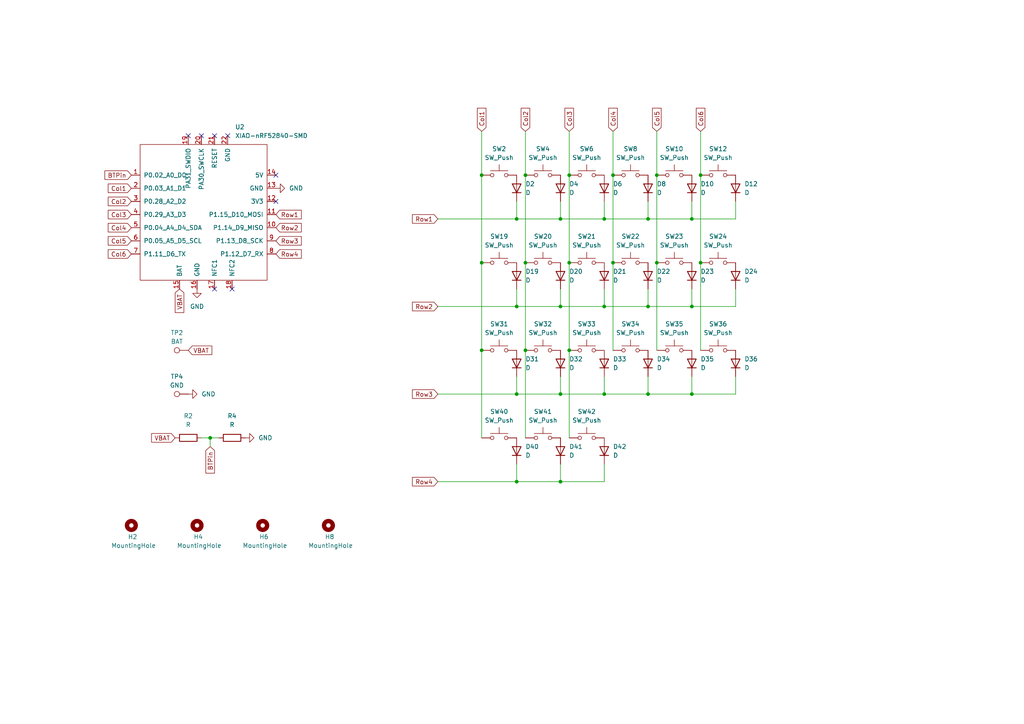
<source format=kicad_sch>
(kicad_sch (version 20250114) (generator "eeschema") (generator_version "9.0")
  (paper "A4")
  (lib_symbols
    (symbol "Connector:TestPoint" (pin_numbers (hide yes)) (pin_names (offset 0.762) (hide yes))
      (property "Reference" "TP" (at 0 6.858 0))
      (property "Value" "TestPoint" (at 0 5.08 0))
      (symbol "TestPoint_0_1"
        (circle (center 0 3.302) (radius 0.762))
      )
      (symbol "TestPoint_1_1"
        (pin passive line (at 0 0 90) (length 2.54) (name "1") (number "1"))
      )
    )
    (symbol "Device:D" (pin_numbers (hide yes)) (pin_names (offset 1.016) (hide yes))
      (property "Reference" "D" (at 0 2.54 0))
      (property "Value" "D" (at 0 -2.54 0))
      (symbol "D_0_1"
        (polyline (pts (xy -1.27 1.27) (xy -1.27 -1.27)) (stroke (width 0.254)))
        (polyline (pts (xy 1.27 1.27) (xy 1.27 -1.27) (xy -1.27 0) (xy 1.27 1.27)) (stroke (width 0.254)))
        (polyline (pts (xy 1.27 0) (xy -1.27 0)))
      )
      (symbol "D_1_1"
        (pin passive line (at -3.81 0 0) (length 2.54) (name "K") (number "1"))
        (pin passive line (at 3.81 0 180) (length 2.54) (name "A") (number "2"))
      )
    )
    (symbol "Device:R" (pin_numbers (hide yes)) (pin_names (offset 0))
      (property "Reference" "R" (at 2.032 0 90))
      (property "Value" "R" (at 0 0 90))
      (symbol "R_0_1"
        (rectangle (start -1.016 -2.54) (end 1.016 2.54) (stroke (width 0.254)))
      )
      (symbol "R_1_1"
        (pin passive line (at 0 3.81 270) (length 1.27) (name "~") (number "1"))
        (pin passive line (at 0 -3.81 90) (length 1.27) (name "~") (number "2"))
      )
    )
    (symbol "Mechanical:MountingHole" (pin_names (offset 1.016)) (in_bom no)
      (property "Reference" "H" (at 0 5.08 0))
      (property "Value" "MountingHole" (at 0 3.175 0))
      (symbol "MountingHole_0_1"
        (circle (center 0 0) (radius 1.27) (stroke (width 1.27)))
      )
    )
    (symbol "Seeed_Studio_XIAO_Series:XIAO-nRF52840-SMD" (pin_names (offset 1.016))
      (property "Reference" "U" (at -18.542 23.114 0))
      (property "Value" "XIAO-nRF52840-SMD" (at -8.636 21.336 0))
      (symbol "XIAO-nRF52840-SMD_0_1"
        (rectangle (start -19.05 20.32) (end 17.78 -19.05))
      )
      (symbol "XIAO-nRF52840-SMD_1_1"
        (pin passive line (at -21.59 11.43 0) (length 2.54) (name "P0.02_A0_D0") (number "1"))
        (pin passive line (at -21.59 7.62 0) (length 2.54) (name "P0.03_A1_D1") (number "2"))
        (pin passive line (at -21.59 3.81 0) (length 2.54) (name "P0.28_A2_D2") (number "3"))
        (pin passive line (at -21.59 0 0) (length 2.54) (name "P0.29_A3_D3") (number "4"))
        (pin passive line (at -21.59 -3.81 0) (length 2.54) (name "P0.04_A4_D4_SDA") (number "5"))
        (pin passive line (at -21.59 -7.62 0) (length 2.54) (name "P0.05_A5_D5_SCL") (number "6"))
        (pin passive line (at -21.59 -11.43 0) (length 2.54) (name "P1.11_D6_TX") (number "7"))
        (pin passive line (at -7.62 -21.59 90) (length 2.54) (name "BAT") (number "15"))
        (pin passive line (at -5.08 22.86 270) (length 2.54) (name "PA31_SWDIO") (number "19"))
        (pin passive line (at -2.54 -21.59 90) (length 2.54) (name "GND") (number "16"))
        (pin passive line (at -1.27 22.86 270) (length 2.54) (name "PA30_SWCLK") (number "20"))
        (pin passive line (at 2.54 22.86 270) (length 2.54) (name "RESET") (number "21"))
        (pin passive line (at 2.54 -21.59 90) (length 2.54) (name "NFC1") (number "17"))
        (pin passive line (at 6.35 22.86 270) (length 2.54) (name "GND") (number "22"))
        (pin passive line (at 7.62 -21.59 90) (length 2.54) (name "NFC2") (number "18"))
        (pin passive line (at 20.32 11.43 180) (length 2.54) (name "5V") (number "14"))
        (pin passive line (at 20.32 7.62 180) (length 2.54) (name "GND") (number "13"))
        (pin passive line (at 20.32 3.81 180) (length 2.54) (name "3V3") (number "12"))
        (pin passive line (at 20.32 0 180) (length 2.54) (name "P1.15_D10_MOSI") (number "11"))
        (pin passive line (at 20.32 -3.81 180) (length 2.54) (name "P1.14_D9_MISO") (number "10"))
        (pin passive line (at 20.32 -7.62 180) (length 2.54) (name "P1.13_D8_SCK") (number "9"))
        (pin passive line (at 20.32 -11.43 180) (length 2.54) (name "P1.12_D7_RX") (number "8"))
      )
    )
    (symbol "Switch:SW_Push" (pin_numbers (hide yes)) (pin_names (offset 1.016) (hide yes))
      (property "Reference" "SW" (at 1.27 2.54 0))
      (property "Value" "SW_Push" (at 0 -1.524 0))
      (symbol "SW_Push_0_1"
        (circle (center -2.032 0) (radius 0.508))
        (polyline (pts (xy 0 1.27) (xy 0 3.048)))
        (circle (center 2.032 0) (radius 0.508))
        (polyline (pts (xy 2.54 1.27) (xy -2.54 1.27)))
        (pin passive line (at -5.08 0 0) (length 2.54) (name "1") (number "1"))
        (pin passive line (at 5.08 0 180) (length 2.54) (name "2") (number "2"))
      )
    )
    (symbol "power:GND" (power) (pin_numbers (hide yes)) (pin_names (offset 0) (hide yes))
      (property "Value" "GND" (at 0 -3.81 0))
      (symbol "GND_0_1"
        (polyline (pts (xy 0 0) (xy 0 -1.27) (xy 1.27 -1.27) (xy 0 -2.54) (xy -1.27 -1.27) (xy 0 -1.27)))
      )
      (symbol "GND_1_1"
        (pin power_in line (at 0 0 270) (length 0) (name "~") (number "1"))
      )
    )
  )
  (junction (at 162.56 114.3))
  (junction (at 177.8 76.2))
  (junction (at 165.1 101.6))
  (junction (at 162.56 63.5))
  (junction (at 152.4 76.2))
  (junction (at 190.5 76.2))
  (junction (at 162.56 88.9))
  (junction (at 200.66 63.5))
  (junction (at 190.5 50.8))
  (junction (at 200.66 114.3))
  (junction (at 60.96 127))
  (junction (at 139.7 101.6))
  (junction (at 149.86 63.5))
  (junction (at 165.1 76.2))
  (junction (at 175.26 114.3))
  (junction (at 200.66 88.9))
  (junction (at 203.2 76.2))
  (junction (at 149.86 114.3))
  (junction (at 187.96 88.9))
  (junction (at 149.86 139.7))
  (junction (at 175.26 88.9))
  (junction (at 187.96 63.5))
  (junction (at 177.8 50.8))
  (junction (at 149.86 88.9))
  (junction (at 175.26 63.5))
  (junction (at 152.4 101.6))
  (junction (at 187.96 114.3))
  (junction (at 139.7 50.8))
  (junction (at 162.56 139.7))
  (junction (at 152.4 50.8))
  (junction (at 165.1 50.8))
  (junction (at 203.2 50.8))
  (junction (at 139.7 76.2))
  (no_connect (at 62.23 39.37))
  (no_connect (at 67.31 83.82))
  (no_connect (at 54.61 39.37))
  (no_connect (at 80.01 58.42))
  (no_connect (at 58.42 39.37))
  (no_connect (at 80.01 50.8))
  (no_connect (at 66.04 39.37))
  (no_connect (at 62.23 83.82))
  (wire (pts (xy 200.66 63.5) (xy 213.36 63.5)))
  (wire (pts (xy 58.42 127) (xy 60.96 127)))
  (wire (pts (xy 175.26 114.3) (xy 187.96 114.3)))
  (wire (pts (xy 213.36 88.9) (xy 213.36 83.82)))
  (wire (pts (xy 149.86 139.7) (xy 162.56 139.7)))
  (wire (pts (xy 162.56 88.9) (xy 175.26 88.9)))
  (wire (pts (xy 162.56 139.7) (xy 175.26 139.7)))
  (wire (pts (xy 175.26 58.42) (xy 175.26 63.5)))
  (wire (pts (xy 149.86 134.62) (xy 149.86 139.7)))
  (wire (pts (xy 175.26 83.82) (xy 175.26 88.9)))
  (wire (pts (xy 139.7 38.1) (xy 139.7 50.8)))
  (wire (pts (xy 200.66 83.82) (xy 200.66 88.9)))
  (wire (pts (xy 187.96 109.22) (xy 187.96 114.3)))
  (wire (pts (xy 165.1 50.8) (xy 165.1 76.2)))
  (wire (pts (xy 149.86 58.42) (xy 149.86 63.5)))
  (wire (pts (xy 139.7 76.2) (xy 139.7 101.6)))
  (wire (pts (xy 149.86 109.22) (xy 149.86 114.3)))
  (wire (pts (xy 200.66 58.42) (xy 200.66 63.5)))
  (wire (pts (xy 165.1 76.2) (xy 165.1 101.6)))
  (wire (pts (xy 127 114.3) (xy 149.86 114.3)))
  (wire (pts (xy 152.4 50.8) (xy 152.4 76.2)))
  (wire (pts (xy 203.2 50.8) (xy 203.2 76.2)))
  (wire (pts (xy 175.26 109.22) (xy 175.26 114.3)))
  (wire (pts (xy 187.96 88.9) (xy 200.66 88.9)))
  (wire (pts (xy 60.96 127) (xy 63.5 127)))
  (wire (pts (xy 187.96 63.5) (xy 200.66 63.5)))
  (wire (pts (xy 165.1 38.1) (xy 165.1 50.8)))
  (wire (pts (xy 187.96 58.42) (xy 187.96 63.5)))
  (wire (pts (xy 152.4 101.6) (xy 152.4 127)))
  (wire (pts (xy 190.5 38.1) (xy 190.5 50.8)))
  (wire (pts (xy 139.7 50.8) (xy 139.7 76.2)))
  (wire (pts (xy 162.56 83.82) (xy 162.56 88.9)))
  (wire (pts (xy 162.56 63.5) (xy 175.26 63.5)))
  (wire (pts (xy 177.8 38.1) (xy 177.8 50.8)))
  (wire (pts (xy 175.26 88.9) (xy 187.96 88.9)))
  (wire (pts (xy 177.8 50.8) (xy 177.8 76.2)))
  (wire (pts (xy 149.86 63.5) (xy 162.56 63.5)))
  (wire (pts (xy 203.2 38.1) (xy 203.2 50.8)))
  (wire (pts (xy 162.56 58.42) (xy 162.56 63.5)))
  (wire (pts (xy 187.96 114.3) (xy 200.66 114.3)))
  (wire (pts (xy 127 88.9) (xy 149.86 88.9)))
  (wire (pts (xy 60.96 129.54) (xy 60.96 127)))
  (wire (pts (xy 190.5 50.8) (xy 190.5 76.2)))
  (wire (pts (xy 149.86 114.3) (xy 162.56 114.3)))
  (wire (pts (xy 187.96 83.82) (xy 187.96 88.9)))
  (wire (pts (xy 149.86 88.9) (xy 162.56 88.9)))
  (wire (pts (xy 162.56 109.22) (xy 162.56 114.3)))
  (wire (pts (xy 127 63.5) (xy 149.86 63.5)))
  (wire (pts (xy 203.2 76.2) (xy 203.2 101.6)))
  (wire (pts (xy 200.66 109.22) (xy 200.66 114.3)))
  (wire (pts (xy 162.56 134.62) (xy 162.56 139.7)))
  (wire (pts (xy 213.36 63.5) (xy 213.36 58.42)))
  (wire (pts (xy 127 139.7) (xy 149.86 139.7)))
  (wire (pts (xy 200.66 88.9) (xy 213.36 88.9)))
  (wire (pts (xy 165.1 101.6) (xy 165.1 127)))
  (wire (pts (xy 175.26 139.7) (xy 175.26 134.62)))
  (wire (pts (xy 190.5 76.2) (xy 190.5 101.6)))
  (wire (pts (xy 177.8 76.2) (xy 177.8 101.6)))
  (wire (pts (xy 213.36 114.3) (xy 213.36 109.22)))
  (wire (pts (xy 200.66 114.3) (xy 213.36 114.3)))
  (wire (pts (xy 152.4 38.1) (xy 152.4 50.8)))
  (wire (pts (xy 149.86 83.82) (xy 149.86 88.9)))
  (wire (pts (xy 175.26 63.5) (xy 187.96 63.5)))
  (wire (pts (xy 152.4 76.2) (xy 152.4 101.6)))
  (wire (pts (xy 162.56 114.3) (xy 175.26 114.3)))
  (wire (pts (xy 139.7 101.6) (xy 139.7 127)))
  (global_label "Row2" (shape input) (at 80.01 66.04 0) (property "Intersheetrefs" "${INTERSHEET_REFS}" (effects (hide yes))))
  (global_label "Row1" (shape input) (at 127 63.5 180) (property "Intersheetrefs" "${INTERSHEET_REFS}" (effects (hide yes))))
  (global_label "VBAT" (shape input) (at 52.07 83.82 270) (property "Intersheetrefs" "${INTERSHEET_REFS}" (effects (hide yes))))
  (global_label "Col3" (shape input) (at 165.1 38.1 90) (property "Intersheetrefs" "${INTERSHEET_REFS}" (effects (hide yes))))
  (global_label "VBAT" (shape input) (at 50.8 127 180) (property "Intersheetrefs" "${INTERSHEET_REFS}" (effects (hide yes))))
  (global_label "Col5" (shape input) (at 38.1 69.85 180) (property "Intersheetrefs" "${INTERSHEET_REFS}" (effects (hide yes))))
  (global_label "Col6" (shape input) (at 203.2 38.1 90) (property "Intersheetrefs" "${INTERSHEET_REFS}" (effects (hide yes))))
  (global_label "VBAT" (shape input) (at 54.61 101.6 0) (property "Intersheetrefs" "${INTERSHEET_REFS}" (effects (hide yes))))
  (global_label "Col2" (shape input) (at 152.4 38.1 90) (property "Intersheetrefs" "${INTERSHEET_REFS}" (effects (hide yes))))
  (global_label "Col2" (shape input) (at 38.1 58.42 180) (property "Intersheetrefs" "${INTERSHEET_REFS}" (effects (hide yes))))
  (global_label "Col4" (shape input) (at 177.8 38.1 90) (property "Intersheetrefs" "${INTERSHEET_REFS}" (effects (hide yes))))
  (global_label "Col1" (shape input) (at 139.7 38.1 90) (property "Intersheetrefs" "${INTERSHEET_REFS}" (effects (hide yes))))
  (global_label "Row2" (shape input) (at 127 88.9 180) (property "Intersheetrefs" "${INTERSHEET_REFS}" (effects (hide yes))))
  (global_label "BTPin" (shape input) (at 60.96 129.54 270) (property "Intersheetrefs" "${INTERSHEET_REFS}" (effects (hide yes))))
  (global_label "Col4" (shape input) (at 38.1 66.04 180) (property "Intersheetrefs" "${INTERSHEET_REFS}" (effects (hide yes))))
  (global_label "Col5" (shape input) (at 190.5 38.1 90) (property "Intersheetrefs" "${INTERSHEET_REFS}" (effects (hide yes))))
  (global_label "Col3" (shape input) (at 38.1 62.23 180) (property "Intersheetrefs" "${INTERSHEET_REFS}" (effects (hide yes))))
  (global_label "Col1" (shape input) (at 38.1 54.61 180) (property "Intersheetrefs" "${INTERSHEET_REFS}" (effects (hide yes))))
  (global_label "Row3" (shape input) (at 127 114.3 180) (property "Intersheetrefs" "${INTERSHEET_REFS}" (effects (hide yes))))
  (global_label "Row1" (shape input) (at 80.01 62.23 0) (property "Intersheetrefs" "${INTERSHEET_REFS}" (effects (hide yes))))
  (global_label "Row4" (shape input) (at 80.01 73.66 0) (property "Intersheetrefs" "${INTERSHEET_REFS}" (effects (hide yes))))
  (global_label "BTPin" (shape input) (at 38.1 50.8 180) (property "Intersheetrefs" "${INTERSHEET_REFS}" (effects (hide yes))))
  (global_label "Row3" (shape input) (at 80.01 69.85 0) (property "Intersheetrefs" "${INTERSHEET_REFS}" (effects (hide yes))))
  (global_label "Col6" (shape input) (at 38.1 73.66 180) (property "Intersheetrefs" "${INTERSHEET_REFS}" (effects (hide yes))))
  (global_label "Row4" (shape input) (at 127 139.7 180) (property "Intersheetrefs" "${INTERSHEET_REFS}" (effects (hide yes))))
  (symbol (lib_id "power:GND") (at 54.61 114.3 90) (unit 1)
    (property "Reference" "#PWR01" (effects (hide yes)))
    (property "Value" "GND" (at 58.42 114.2999 90) (effects (justify right)))
    (property "Description" "Power symbol creates a global label with name \"GND\" , ground" (effects (hide yes)))
    (instances (project "" (path "" (reference "#PWR02") (unit 1)) (path "" (reference "#PWR01") (unit 1))))
  )
  (symbol (lib_id "power:GND") (at 57.15 83.82 0) (unit 1)
    (property "Reference" "#PWR05" (effects (hide yes)))
    (property "Value" "GND" (at 57.15 88.9 0))
    (property "Description" "Power symbol creates a global label with name \"GND\" , ground" (effects (hide yes)))
    (instances (project "Guys-split-keyboard" (path "" (reference "#PWR06") (unit 1)) (path "" (reference "#PWR05") (unit 1))))
  )
  (symbol (lib_id "Device:D") (at 162.56 130.81 90) (unit 1)
    (property "Reference" "D38" (at 165.1 129.5399 90) (effects (justify right)))
    (property "Value" "D" (at 165.1 132.0799 90) (effects (justify right)))
    (property "Footprint" "Diode_SMD:D_SOD-123" (effects (hide yes)))
    (property "Description" "Diode" (effects (hide yes)))
    (property "Sim.Device" "D" (effects (hide yes)))
    (property "Sim.Pins" "1=K 2=A" (effects (hide yes)))
    (instances (project "Guys-split-keyboard" (path "" (reference "D41") (unit 1)) (path "" (reference "D38") (unit 1))))
  )
  (symbol (lib_id "Switch:SW_Push") (at 170.18 50.8 0) (unit 1)
    (property "Reference" "SW5" (at 170.18 43.18 0))
    (property "Value" "SW_Push" (at 170.18 45.72 0))
    (property "Footprint" "GateronKS33Solder:Gateron-KS33-Solderable-1U" (effects (hide yes)))
    (property "Description" "Push button switch, generic, two pins" (effects (hide yes)))
    (instances (project "Guys-split-keyboard" (path "" (reference "SW6") (unit 1)) (path "" (reference "SW5") (unit 1))))
  )
  (symbol (lib_id "Device:R") (at 54.61 127 90) (unit 1)
    (property "Reference" "R1" (at 54.61 120.65 90))
    (property "Value" "R" (at 54.61 123.19 90))
    (property "Footprint" "Resistor_SMD:R_0805_2012Metric" (effects (hide yes)))
    (property "Description" "Resistor" (effects (hide yes)))
    (instances (project "" (path "" (reference "R2") (unit 1)) (path "" (reference "R1") (unit 1))))
  )
  (symbol (lib_id "Mechanical:MountingHole") (at 95.25 152.4 0) (unit 1) (in_bom no)
    (property "Reference" "H7" (at 94.234 155.702 0) (effects (justify left)))
    (property "Value" "MountingHole" (at 89.408 158.2419 0) (effects (justify left)))
    (property "Footprint" "Panelization:mouse-bite-5mm-slot" (effects (hide yes)))
    (property "Description" "Mounting Hole without connection" (effects (hide yes)))
    (instances (project "Guys-split-keyboard" (path "" (reference "H8") (unit 1)) (path "" (reference "H7") (unit 1))))
  )
  (symbol (lib_id "Switch:SW_Push") (at 195.58 76.2 0) (unit 1)
    (property "Reference" "SW17" (at 195.58 68.58 0))
    (property "Value" "SW_Push" (at 195.58 71.12 0))
    (property "Footprint" "GateronKS33Solder:Gateron-KS33-Solderable-1U" (effects (hide yes)))
    (property "Description" "Push button switch, generic, two pins" (effects (hide yes)))
    (instances (project "Guys-split-keyboard" (path "" (reference "SW23") (unit 1)) (path "" (reference "SW17") (unit 1))))
  )
  (symbol (lib_id "Switch:SW_Push") (at 157.48 50.8 0) (unit 1)
    (property "Reference" "SW3" (at 157.48 43.18 0))
    (property "Value" "SW_Push" (at 157.48 45.72 0))
    (property "Footprint" "GateronKS33Solder:Gateron-KS33-Solderable-1U" (effects (hide yes)))
    (property "Description" "Push button switch, generic, two pins" (effects (hide yes)))
    (instances (project "Guys-split-keyboard" (path "" (reference "SW4") (unit 1)) (path "" (reference "SW3") (unit 1))))
  )
  (symbol (lib_id "Device:D") (at 213.36 54.61 90) (unit 1)
    (property "Reference" "D11" (at 215.9 53.3399 90) (effects (justify right)))
    (property "Value" "D" (at 215.9 55.8799 90) (effects (justify right)))
    (property "Footprint" "Diode_SMD:D_SOD-123" (effects (hide yes)))
    (property "Description" "Diode" (effects (hide yes)))
    (property "Sim.Device" "D" (effects (hide yes)))
    (property "Sim.Pins" "1=K 2=A" (effects (hide yes)))
    (instances (project "Guys-split-keyboard" (path "" (reference "D12") (unit 1)) (path "" (reference "D11") (unit 1))))
  )
  (symbol (lib_id "Device:D") (at 162.56 54.61 90) (unit 1)
    (property "Reference" "D3" (at 165.1 53.3399 90) (effects (justify right)))
    (property "Value" "D" (at 165.1 55.8799 90) (effects (justify right)))
    (property "Footprint" "Diode_SMD:D_SOD-123" (effects (hide yes)))
    (property "Description" "Diode" (effects (hide yes)))
    (property "Sim.Device" "D" (effects (hide yes)))
    (property "Sim.Pins" "1=K 2=A" (effects (hide yes)))
    (instances (project "Guys-split-keyboard" (path "" (reference "D4") (unit 1)) (path "" (reference "D3") (unit 1))))
  )
  (symbol (lib_id "Connector:TestPoint") (at 54.61 114.3 90) (unit 1)
    (property "Reference" "TP3" (at 51.308 109.22 90))
    (property "Value" "GND" (at 51.308 111.76 90))
    (property "Footprint" "TestPoint:TestPoint_Pad_D2.0mm" (effects (hide yes)))
    (property "Description" "test point" (effects (hide yes)))
    (instances (project "Guys-split-keyboard" (path "" (reference "TP4") (unit 1)) (path "" (reference "TP3") (unit 1))))
  )
  (symbol (lib_id "Device:D") (at 149.86 54.61 90) (unit 1)
    (property "Reference" "D1" (at 152.4 53.3399 90) (effects (justify right)))
    (property "Value" "D" (at 152.4 55.8799 90) (effects (justify right)))
    (property "Footprint" "Diode_SMD:D_SOD-123" (effects (hide yes)))
    (property "Description" "Diode" (effects (hide yes)))
    (property "Sim.Device" "D" (effects (hide yes)))
    (property "Sim.Pins" "1=K 2=A" (effects (hide yes)))
    (instances (project "" (path "" (reference "D2") (unit 1)) (path "" (reference "D1") (unit 1))))
  )
  (symbol (lib_id "Device:D") (at 187.96 105.41 90) (unit 1)
    (property "Reference" "D28" (at 190.5 104.1399 90) (effects (justify right)))
    (property "Value" "D" (at 190.5 106.6799 90) (effects (justify right)))
    (property "Footprint" "Diode_SMD:D_SOD-123" (effects (hide yes)))
    (property "Description" "Diode" (effects (hide yes)))
    (property "Sim.Device" "D" (effects (hide yes)))
    (property "Sim.Pins" "1=K 2=A" (effects (hide yes)))
    (instances (project "Guys-split-keyboard" (path "" (reference "D34") (unit 1)) (path "" (reference "D28") (unit 1))))
  )
  (symbol (lib_id "Device:D") (at 213.36 80.01 90) (unit 1)
    (property "Reference" "D18" (at 215.9 78.7399 90) (effects (justify right)))
    (property "Value" "D" (at 215.9 81.2799 90) (effects (justify right)))
    (property "Footprint" "Diode_SMD:D_SOD-123" (effects (hide yes)))
    (property "Description" "Diode" (effects (hide yes)))
    (property "Sim.Device" "D" (effects (hide yes)))
    (property "Sim.Pins" "1=K 2=A" (effects (hide yes)))
    (instances (project "Guys-split-keyboard" (path "" (reference "D24") (unit 1)) (path "" (reference "D18") (unit 1))))
  )
  (symbol (lib_id "Switch:SW_Push") (at 182.88 50.8 0) (unit 1)
    (property "Reference" "SW7" (at 182.88 43.18 0))
    (property "Value" "SW_Push" (at 182.88 45.72 0))
    (property "Footprint" "GateronKS33Solder:Gateron-KS33-Solderable-1U" (effects (hide yes)))
    (property "Description" "Push button switch, generic, two pins" (effects (hide yes)))
    (instances (project "Guys-split-keyboard" (path "" (reference "SW8") (unit 1)) (path "" (reference "SW7") (unit 1))))
  )
  (symbol (lib_id "Switch:SW_Push") (at 170.18 101.6 0) (unit 1)
    (property "Reference" "SW27" (at 170.18 93.98 0))
    (property "Value" "SW_Push" (at 170.18 96.52 0))
    (property "Footprint" "GateronKS33Solder:Gateron-KS33-Solderable-1U" (effects (hide yes)))
    (property "Description" "Push button switch, generic, two pins" (effects (hide yes)))
    (instances (project "Guys-split-keyboard" (path "" (reference "SW33") (unit 1)) (path "" (reference "SW27") (unit 1))))
  )
  (symbol (lib_id "power:GND") (at 80.01 54.61 90) (unit 1)
    (property "Reference" "#PWR03" (effects (hide yes)))
    (property "Value" "GND" (at 83.82 54.6099 90) (effects (justify right)))
    (property "Description" "Power symbol creates a global label with name \"GND\" , ground" (effects (hide yes)))
    (instances (project "Guys-split-keyboard" (path "" (reference "#PWR04") (unit 1)) (path "" (reference "#PWR03") (unit 1))))
  )
  (symbol (lib_id "Switch:SW_Push") (at 144.78 127 0) (unit 1)
    (property "Reference" "SW37" (at 144.78 119.38 0))
    (property "Value" "SW_Push" (at 144.78 121.92 0))
    (property "Footprint" "GateronKS33Solder:Gateron-KS33-Solderable-1U" (effects (hide yes)))
    (property "Description" "Push button switch, generic, two pins" (effects (hide yes)))
    (instances (project "Guys-split-keyboard" (path "" (reference "SW40") (unit 1)) (path "" (reference "SW37") (unit 1))))
  )
  (symbol (lib_id "Switch:SW_Push") (at 195.58 101.6 0) (unit 1)
    (property "Reference" "SW29" (at 195.58 93.98 0))
    (property "Value" "SW_Push" (at 195.58 96.52 0))
    (property "Footprint" "GateronKS33Solder:Gateron-KS33-Solderable-1U" (effects (hide yes)))
    (property "Description" "Push button switch, generic, two pins" (effects (hide yes)))
    (instances (project "Guys-split-keyboard" (path "" (reference "SW35") (unit 1)) (path "" (reference "SW29") (unit 1))))
  )
  (symbol (lib_id "Switch:SW_Push") (at 144.78 76.2 0) (unit 1)
    (property "Reference" "SW13" (at 144.78 68.58 0))
    (property "Value" "SW_Push" (at 144.78 71.12 0))
    (property "Footprint" "GateronKS33Solder:Gateron-KS33-Solderable-1U" (effects (hide yes)))
    (property "Description" "Push button switch, generic, two pins" (effects (hide yes)))
    (instances (project "Guys-split-keyboard" (path "" (reference "SW19") (unit 1)) (path "" (reference "SW13") (unit 1))))
  )
  (symbol (lib_id "Switch:SW_Push") (at 208.28 101.6 0) (unit 1)
    (property "Reference" "SW30" (at 208.28 93.98 0))
    (property "Value" "SW_Push" (at 208.28 96.52 0))
    (property "Footprint" "GateronKS33Solder:Gateron-KS33-Solderable-1U" (effects (hide yes)))
    (property "Description" "Push button switch, generic, two pins" (effects (hide yes)))
    (instances (project "Guys-split-keyboard" (path "" (reference "SW36") (unit 1)) (path "" (reference "SW30") (unit 1))))
  )
  (symbol (lib_id "Device:D") (at 200.66 80.01 90) (unit 1)
    (property "Reference" "D17" (at 203.2 78.7399 90) (effects (justify right)))
    (property "Value" "D" (at 203.2 81.2799 90) (effects (justify right)))
    (property "Footprint" "Diode_SMD:D_SOD-123" (effects (hide yes)))
    (property "Description" "Diode" (effects (hide yes)))
    (property "Sim.Device" "D" (effects (hide yes)))
    (property "Sim.Pins" "1=K 2=A" (effects (hide yes)))
    (instances (project "Guys-split-keyboard" (path "" (reference "D23") (unit 1)) (path "" (reference "D17") (unit 1))))
  )
  (symbol (lib_id "Device:D") (at 213.36 105.41 90) (unit 1)
    (property "Reference" "D30" (at 215.9 104.1399 90) (effects (justify right)))
    (property "Value" "D" (at 215.9 106.6799 90) (effects (justify right)))
    (property "Footprint" "Diode_SMD:D_SOD-123" (effects (hide yes)))
    (property "Description" "Diode" (effects (hide yes)))
    (property "Sim.Device" "D" (effects (hide yes)))
    (property "Sim.Pins" "1=K 2=A" (effects (hide yes)))
    (instances (project "Guys-split-keyboard" (path "" (reference "D36") (unit 1)) (path "" (reference "D30") (unit 1))))
  )
  (symbol (lib_id "Connector:TestPoint") (at 54.61 101.6 90) (unit 1)
    (property "Reference" "TP1" (at 51.308 96.52 90))
    (property "Value" "BAT" (at 51.308 99.06 90))
    (property "Footprint" "TestPoint:TestPoint_Pad_D2.0mm" (effects (hide yes)))
    (property "Description" "test point" (effects (hide yes)))
    (instances (project "" (path "" (reference "TP2") (unit 1)) (path "" (reference "TP1") (unit 1))))
  )
  (symbol (lib_id "Switch:SW_Push") (at 144.78 50.8 0) (unit 1)
    (property "Reference" "SW1" (at 144.78 43.18 0))
    (property "Value" "SW_Push" (at 144.78 45.72 0))
    (property "Footprint" "GateronKS33Solder:Gateron-KS33-Solderable-1U" (effects (hide yes)))
    (property "Description" "Push button switch, generic, two pins" (effects (hide yes)))
    (instances (project "" (path "" (reference "SW2") (unit 1)) (path "" (reference "SW1") (unit 1))))
  )
  (symbol (lib_id "Switch:SW_Push") (at 157.48 76.2 0) (unit 1)
    (property "Reference" "SW14" (at 157.48 68.58 0))
    (property "Value" "SW_Push" (at 157.48 71.12 0))
    (property "Footprint" "GateronKS33Solder:Gateron-KS33-Solderable-1U" (effects (hide yes)))
    (property "Description" "Push button switch, generic, two pins" (effects (hide yes)))
    (instances (project "Guys-split-keyboard" (path "" (reference "SW20") (unit 1)) (path "" (reference "SW14") (unit 1))))
  )
  (symbol (lib_id "Switch:SW_Push") (at 157.48 101.6 0) (unit 1)
    (property "Reference" "SW26" (at 157.48 93.98 0))
    (property "Value" "SW_Push" (at 157.48 96.52 0))
    (property "Footprint" "GateronKS33Solder:Gateron-KS33-Solderable-1U" (effects (hide yes)))
    (property "Description" "Push button switch, generic, two pins" (effects (hide yes)))
    (instances (project "Guys-split-keyboard" (path "" (reference "SW32") (unit 1)) (path "" (reference "SW26") (unit 1))))
  )
  (symbol (lib_id "Device:D") (at 162.56 105.41 90) (unit 1)
    (property "Reference" "D26" (at 165.1 104.1399 90) (effects (justify right)))
    (property "Value" "D" (at 165.1 106.6799 90) (effects (justify right)))
    (property "Footprint" "Diode_SMD:D_SOD-123" (effects (hide yes)))
    (property "Description" "Diode" (effects (hide yes)))
    (property "Sim.Device" "D" (effects (hide yes)))
    (property "Sim.Pins" "1=K 2=A" (effects (hide yes)))
    (instances (project "Guys-split-keyboard" (path "" (reference "D32") (unit 1)) (path "" (reference "D26") (unit 1))))
  )
  (symbol (lib_id "Switch:SW_Push") (at 144.78 101.6 0) (unit 1)
    (property "Reference" "SW25" (at 144.78 93.98 0))
    (property "Value" "SW_Push" (at 144.78 96.52 0))
    (property "Footprint" "GateronKS33Solder:Gateron-KS33-Solderable-1U" (effects (hide yes)))
    (property "Description" "Push button switch, generic, two pins" (effects (hide yes)))
    (instances (project "Guys-split-keyboard" (path "" (reference "SW31") (unit 1)) (path "" (reference "SW25") (unit 1))))
  )
  (symbol (lib_id "Device:D") (at 175.26 105.41 90) (unit 1)
    (property "Reference" "D27" (at 177.8 104.1399 90) (effects (justify right)))
    (property "Value" "D" (at 177.8 106.6799 90) (effects (justify right)))
    (property "Footprint" "Diode_SMD:D_SOD-123" (effects (hide yes)))
    (property "Description" "Diode" (effects (hide yes)))
    (property "Sim.Device" "D" (effects (hide yes)))
    (property "Sim.Pins" "1=K 2=A" (effects (hide yes)))
    (instances (project "Guys-split-keyboard" (path "" (reference "D33") (unit 1)) (path "" (reference "D27") (unit 1))))
  )
  (symbol (lib_id "Device:D") (at 200.66 54.61 90) (unit 1)
    (property "Reference" "D9" (at 203.2 53.3399 90) (effects (justify right)))
    (property "Value" "D" (at 203.2 55.8799 90) (effects (justify right)))
    (property "Footprint" "Diode_SMD:D_SOD-123" (effects (hide yes)))
    (property "Description" "Diode" (effects (hide yes)))
    (property "Sim.Device" "D" (effects (hide yes)))
    (property "Sim.Pins" "1=K 2=A" (effects (hide yes)))
    (instances (project "Guys-split-keyboard" (path "" (reference "D10") (unit 1)) (path "" (reference "D9") (unit 1))))
  )
  (symbol (lib_id "Device:D") (at 175.26 80.01 90) (unit 1)
    (property "Reference" "D15" (at 177.8 78.7399 90) (effects (justify right)))
    (property "Value" "D" (at 177.8 81.2799 90) (effects (justify right)))
    (property "Footprint" "Diode_SMD:D_SOD-123" (effects (hide yes)))
    (property "Description" "Diode" (effects (hide yes)))
    (property "Sim.Device" "D" (effects (hide yes)))
    (property "Sim.Pins" "1=K 2=A" (effects (hide yes)))
    (instances (project "Guys-split-keyboard" (path "" (reference "D21") (unit 1)) (path "" (reference "D15") (unit 1))))
  )
  (symbol (lib_id "Seeed_Studio_XIAO_Series:XIAO-nRF52840-SMD") (at 59.69 62.23 0) (unit 1)
    (property "Reference" "U1" (at 68.1833 36.83 0) (effects (justify left)))
    (property "Value" "XIAO-nRF52840-SMD" (at 68.1833 39.37 0) (effects (justify left)))
    (property "Footprint" "Moddedxiao:modified-XIAO-nRF52840-SMD" (effects (hide yes)))
    (instances (project "Guys-split-keyboard" (path "" (reference "U2") (unit 1)) (path "" (reference "U1") (unit 1))))
  )
  (symbol (lib_id "Switch:SW_Push") (at 208.28 50.8 0) (unit 1)
    (property "Reference" "SW11" (at 208.28 43.18 0))
    (property "Value" "SW_Push" (at 208.28 45.72 0))
    (property "Footprint" "GateronKS33Solder:Gateron-KS33-Solderable-1U" (effects (hide yes)))
    (property "Description" "Push button switch, generic, two pins" (effects (hide yes)))
    (instances (project "Guys-split-keyboard" (path "" (reference "SW12") (unit 1)) (path "" (reference "SW11") (unit 1))))
  )
  (symbol (lib_id "Device:R") (at 67.31 127 90) (unit 1)
    (property "Reference" "R3" (at 67.31 120.65 90))
    (property "Value" "R" (at 67.31 123.19 90))
    (property "Footprint" "Resistor_SMD:R_0805_2012Metric" (effects (hide yes)))
    (property "Description" "Resistor" (effects (hide yes)))
    (instances (project "Guys-split-keyboard" (path "" (reference "R4") (unit 1)) (path "" (reference "R3") (unit 1))))
  )
  (symbol (lib_id "power:GND") (at 71.12 127 90) (unit 1)
    (property "Reference" "#PWR07" (effects (hide yes)))
    (property "Value" "GND" (at 74.93 126.9999 90) (effects (justify right)))
    (property "Description" "Power symbol creates a global label with name \"GND\" , ground" (effects (hide yes)))
    (instances (project "Guys-split-keyboard" (path "" (reference "#PWR08") (unit 1)) (path "" (reference "#PWR07") (unit 1))))
  )
  (symbol (lib_id "Device:D") (at 162.56 80.01 90) (unit 1)
    (property "Reference" "D14" (at 165.1 78.7399 90) (effects (justify right)))
    (property "Value" "D" (at 165.1 81.2799 90) (effects (justify right)))
    (property "Footprint" "Diode_SMD:D_SOD-123" (effects (hide yes)))
    (property "Description" "Diode" (effects (hide yes)))
    (property "Sim.Device" "D" (effects (hide yes)))
    (property "Sim.Pins" "1=K 2=A" (effects (hide yes)))
    (instances (project "Guys-split-keyboard" (path "" (reference "D20") (unit 1)) (path "" (reference "D14") (unit 1))))
  )
  (symbol (lib_id "Switch:SW_Push") (at 182.88 76.2 0) (unit 1)
    (property "Reference" "SW16" (at 182.88 68.58 0))
    (property "Value" "SW_Push" (at 182.88 71.12 0))
    (property "Footprint" "GateronKS33Solder:Gateron-KS33-Solderable-1U" (effects (hide yes)))
    (property "Description" "Push button switch, generic, two pins" (effects (hide yes)))
    (instances (project "Guys-split-keyboard" (path "" (reference "SW22") (unit 1)) (path "" (reference "SW16") (unit 1))))
  )
  (symbol (lib_id "Device:D") (at 187.96 54.61 90) (unit 1)
    (property "Reference" "D7" (at 190.5 53.3399 90) (effects (justify right)))
    (property "Value" "D" (at 190.5 55.8799 90) (effects (justify right)))
    (property "Footprint" "Diode_SMD:D_SOD-123" (effects (hide yes)))
    (property "Description" "Diode" (effects (hide yes)))
    (property "Sim.Device" "D" (effects (hide yes)))
    (property "Sim.Pins" "1=K 2=A" (effects (hide yes)))
    (instances (project "Guys-split-keyboard" (path "" (reference "D8") (unit 1)) (path "" (reference "D7") (unit 1))))
  )
  (symbol (lib_id "Device:D") (at 149.86 130.81 90) (unit 1)
    (property "Reference" "D37" (at 152.4 129.5399 90) (effects (justify right)))
    (property "Value" "D" (at 152.4 132.0799 90) (effects (justify right)))
    (property "Footprint" "Diode_SMD:D_SOD-123" (effects (hide yes)))
    (property "Description" "Diode" (effects (hide yes)))
    (property "Sim.Device" "D" (effects (hide yes)))
    (property "Sim.Pins" "1=K 2=A" (effects (hide yes)))
    (instances (project "Guys-split-keyboard" (path "" (reference "D40") (unit 1)) (path "" (reference "D37") (unit 1))))
  )
  (symbol (lib_id "Mechanical:MountingHole") (at 38.1 152.4 0) (unit 1) (in_bom no)
    (property "Reference" "H1" (at 37.084 155.702 0) (effects (justify left)))
    (property "Value" "MountingHole" (at 32.258 158.2419 0) (effects (justify left)))
    (property "Footprint" "Panelization:mouse-bite-5mm-slot" (effects (hide yes)))
    (property "Description" "Mounting Hole without connection" (effects (hide yes)))
    (instances (project "" (path "" (reference "H2") (unit 1)) (path "" (reference "H1") (unit 1))))
  )
  (symbol (lib_id "Device:D") (at 175.26 54.61 90) (unit 1)
    (property "Reference" "D5" (at 177.8 53.3399 90) (effects (justify right)))
    (property "Value" "D" (at 177.8 55.8799 90) (effects (justify right)))
    (property "Footprint" "Diode_SMD:D_SOD-123" (effects (hide yes)))
    (property "Description" "Diode" (effects (hide yes)))
    (property "Sim.Device" "D" (effects (hide yes)))
    (property "Sim.Pins" "1=K 2=A" (effects (hide yes)))
    (instances (project "Guys-split-keyboard" (path "" (reference "D6") (unit 1)) (path "" (reference "D5") (unit 1))))
  )
  (symbol (lib_id "Device:D") (at 175.26 130.81 90) (unit 1)
    (property "Reference" "D39" (at 177.8 129.5399 90) (effects (justify right)))
    (property "Value" "D" (at 177.8 132.0799 90) (effects (justify right)))
    (property "Footprint" "Diode_SMD:D_SOD-123" (effects (hide yes)))
    (property "Description" "Diode" (effects (hide yes)))
    (property "Sim.Device" "D" (effects (hide yes)))
    (property "Sim.Pins" "1=K 2=A" (effects (hide yes)))
    (instances (project "Guys-split-keyboard" (path "" (reference "D42") (unit 1)) (path "" (reference "D39") (unit 1))))
  )
  (symbol (lib_id "Mechanical:MountingHole") (at 57.15 152.4 0) (unit 1) (in_bom no)
    (property "Reference" "H3" (at 56.134 155.702 0) (effects (justify left)))
    (property "Value" "MountingHole" (at 51.308 158.2419 0) (effects (justify left)))
    (property "Footprint" "Panelization:mouse-bite-5mm-slot" (effects (hide yes)))
    (property "Description" "Mounting Hole without connection" (effects (hide yes)))
    (instances (project "Guys-split-keyboard" (path "" (reference "H4") (unit 1)) (path "" (reference "H3") (unit 1))))
  )
  (symbol (lib_id "Device:D") (at 149.86 105.41 90) (unit 1)
    (property "Reference" "D25" (at 152.4 104.1399 90) (effects (justify right)))
    (property "Value" "D" (at 152.4 106.6799 90) (effects (justify right)))
    (property "Footprint" "Diode_SMD:D_SOD-123" (effects (hide yes)))
    (property "Description" "Diode" (effects (hide yes)))
    (property "Sim.Device" "D" (effects (hide yes)))
    (property "Sim.Pins" "1=K 2=A" (effects (hide yes)))
    (instances (project "Guys-split-keyboard" (path "" (reference "D31") (unit 1)) (path "" (reference "D25") (unit 1))))
  )
  (symbol (lib_id "Device:D") (at 149.86 80.01 90) (unit 1)
    (property "Reference" "D13" (at 152.4 78.7399 90) (effects (justify right)))
    (property "Value" "D" (at 152.4 81.2799 90) (effects (justify right)))
    (property "Footprint" "Diode_SMD:D_SOD-123" (effects (hide yes)))
    (property "Description" "Diode" (effects (hide yes)))
    (property "Sim.Device" "D" (effects (hide yes)))
    (property "Sim.Pins" "1=K 2=A" (effects (hide yes)))
    (instances (project "Guys-split-keyboard" (path "" (reference "D19") (unit 1)) (path "" (reference "D13") (unit 1))))
  )
  (symbol (lib_id "Switch:SW_Push") (at 170.18 127 0) (unit 1)
    (property "Reference" "SW39" (at 170.18 119.38 0))
    (property "Value" "SW_Push" (at 170.18 121.92 0))
    (property "Footprint" "GateronKS33Solder:Gateron-KS33-Solderable-1U" (effects (hide yes)))
    (property "Description" "Push button switch, generic, two pins" (effects (hide yes)))
    (instances (project "Guys-split-keyboard" (path "" (reference "SW42") (unit 1)) (path "" (reference "SW39") (unit 1))))
  )
  (symbol (lib_id "Mechanical:MountingHole") (at 76.2 152.4 0) (unit 1) (in_bom no)
    (property "Reference" "H5" (at 75.184 155.702 0) (effects (justify left)))
    (property "Value" "MountingHole" (at 70.358 158.2419 0) (effects (justify left)))
    (property "Footprint" "Panelization:mouse-bite-5mm-slot" (effects (hide yes)))
    (property "Description" "Mounting Hole without connection" (effects (hide yes)))
    (instances (project "Guys-split-keyboard" (path "" (reference "H6") (unit 1)) (path "" (reference "H5") (unit 1))))
  )
  (symbol (lib_id "Switch:SW_Push") (at 182.88 101.6 0) (unit 1)
    (property "Reference" "SW28" (at 182.88 93.98 0))
    (property "Value" "SW_Push" (at 182.88 96.52 0))
    (property "Footprint" "GateronKS33Solder:Gateron-KS33-Solderable-1U" (effects (hide yes)))
    (property "Description" "Push button switch, generic, two pins" (effects (hide yes)))
    (instances (project "Guys-split-keyboard" (path "" (reference "SW34") (unit 1)) (path "" (reference "SW28") (unit 1))))
  )
  (symbol (lib_id "Switch:SW_Push") (at 208.28 76.2 0) (unit 1)
    (property "Reference" "SW18" (at 208.28 68.58 0))
    (property "Value" "SW_Push" (at 208.28 71.12 0))
    (property "Footprint" "GateronKS33Solder:Gateron-KS33-Solderable-1U" (effects (hide yes)))
    (property "Description" "Push button switch, generic, two pins" (effects (hide yes)))
    (instances (project "Guys-split-keyboard" (path "" (reference "SW24") (unit 1)) (path "" (reference "SW18") (unit 1))))
  )
  (symbol (lib_id "Device:D") (at 200.66 105.41 90) (unit 1)
    (property "Reference" "D29" (at 203.2 104.1399 90) (effects (justify right)))
    (property "Value" "D" (at 203.2 106.6799 90) (effects (justify right)))
    (property "Footprint" "Diode_SMD:D_SOD-123" (effects (hide yes)))
    (property "Description" "Diode" (effects (hide yes)))
    (property "Sim.Device" "D" (effects (hide yes)))
    (property "Sim.Pins" "1=K 2=A" (effects (hide yes)))
    (instances (project "Guys-split-keyboard" (path "" (reference "D35") (unit 1)) (path "" (reference "D29") (unit 1))))
  )
  (symbol (lib_id "Device:D") (at 187.96 80.01 90) (unit 1)
    (property "Reference" "D16" (at 190.5 78.7399 90) (effects (justify right)))
    (property "Value" "D" (at 190.5 81.2799 90) (effects (justify right)))
    (property "Footprint" "Diode_SMD:D_SOD-123" (effects (hide yes)))
    (property "Description" "Diode" (effects (hide yes)))
    (property "Sim.Device" "D" (effects (hide yes)))
    (property "Sim.Pins" "1=K 2=A" (effects (hide yes)))
    (instances (project "Guys-split-keyboard" (path "" (reference "D22") (unit 1)) (path "" (reference "D16") (unit 1))))
  )
  (symbol (lib_id "Switch:SW_Push") (at 157.48 127 0) (unit 1)
    (property "Reference" "SW38" (at 157.48 119.38 0))
    (property "Value" "SW_Push" (at 157.48 121.92 0))
    (property "Footprint" "GateronKS33Solder:Gateron-KS33-Solderable-1U" (effects (hide yes)))
    (property "Description" "Push button switch, generic, two pins" (effects (hide yes)))
    (instances (project "Guys-split-keyboard" (path "" (reference "SW41") (unit 1)) (path "" (reference "SW38") (unit 1))))
  )
  (symbol (lib_id "Switch:SW_Push") (at 170.18 76.2 0) (unit 1)
    (property "Reference" "SW15" (at 170.18 68.58 0))
    (property "Value" "SW_Push" (at 170.18 71.12 0))
    (property "Footprint" "GateronKS33Solder:Gateron-KS33-Solderable-1U" (effects (hide yes)))
    (property "Description" "Push button switch, generic, two pins" (effects (hide yes)))
    (instances (project "Guys-split-keyboard" (path "" (reference "SW21") (unit 1)) (path "" (reference "SW15") (unit 1))))
  )
  (symbol (lib_id "Switch:SW_Push") (at 195.58 50.8 0) (unit 1)
    (property "Reference" "SW9" (at 195.58 43.18 0))
    (property "Value" "SW_Push" (at 195.58 45.72 0))
    (property "Footprint" "GateronKS33Solder:Gateron-KS33-Solderable-1U" (effects (hide yes)))
    (property "Description" "Push button switch, generic, two pins" (effects (hide yes)))
    (instances (project "Guys-split-keyboard" (path "" (reference "SW10") (unit 1)) (path "" (reference "SW9") (unit 1))))
  )
)
</source>
